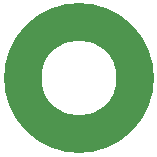
<source format=gbr>
%FSLAX34Y34*%%MOIN*%%ADD10C,0.5X0.25*%D10*X0Y0D03*M02*
</source>
